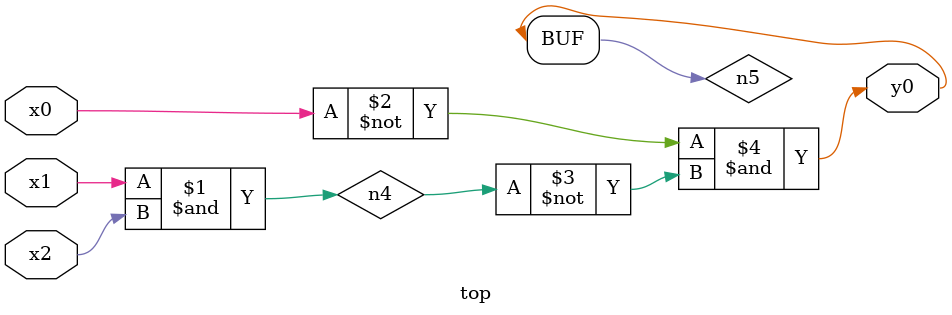
<source format=v>
module top( x0 , x1 , x2 , y0 );
  input x0 , x1 , x2 ;
  output y0 ;
  wire n4 , n5 ;
  assign n4 = x1 & x2 ;
  assign n5 = ~x0 & ~n4 ;
  assign y0 = n5 ;
endmodule

</source>
